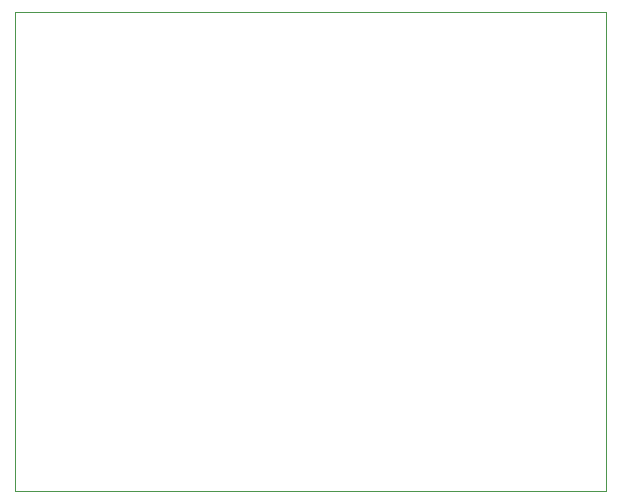
<source format=gm1>
%TF.GenerationSoftware,KiCad,Pcbnew,9.0.4*%
%TF.CreationDate,2025-10-30T00:59:31-05:00*%
%TF.ProjectId,HVS Series Vacuum Sensor,48565320-5365-4726-9965-732056616375,rev?*%
%TF.SameCoordinates,Original*%
%TF.FileFunction,Profile,NP*%
%FSLAX46Y46*%
G04 Gerber Fmt 4.6, Leading zero omitted, Abs format (unit mm)*
G04 Created by KiCad (PCBNEW 9.0.4) date 2025-10-30 00:59:31*
%MOMM*%
%LPD*%
G01*
G04 APERTURE LIST*
%TA.AperFunction,Profile*%
%ADD10C,0.050000*%
%TD*%
G04 APERTURE END LIST*
D10*
X109000000Y-71500000D02*
X159000000Y-71500000D01*
X159000000Y-112000000D01*
X109000000Y-112000000D01*
X109000000Y-71500000D01*
M02*

</source>
